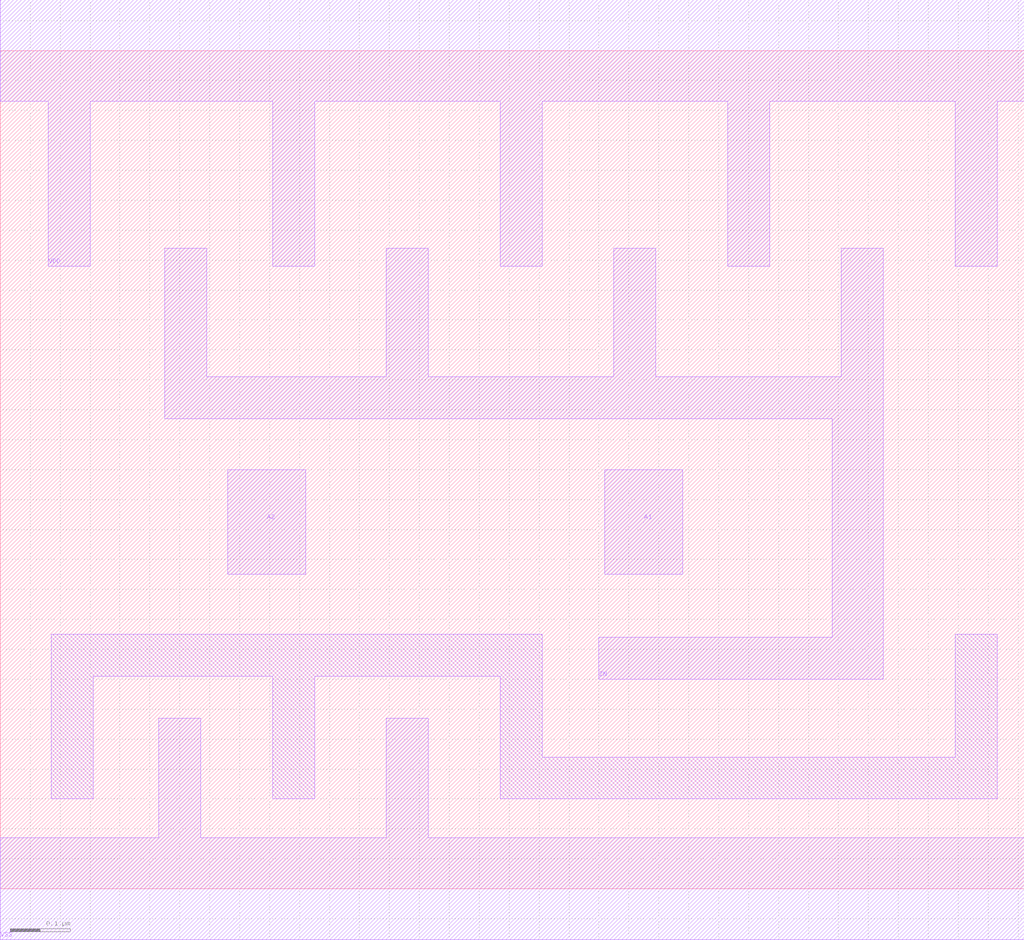
<source format=lef>
# 
# ******************************************************************************
# *                                                                            *
# *                   Copyright (C) 2004-2010, Nangate Inc.                    *
# *                           All rights reserved.                             *
# *                                                                            *
# * Nangate and the Nangate logo are trademarks of Nangate Inc.                *
# *                                                                            *
# * All trademarks, logos, software marks, and trade names (collectively the   *
# * "Marks") in this program are proprietary to Nangate or other respective    *
# * owners that have granted Nangate the right and license to use such Marks.  *
# * You are not permitted to use the Marks without the prior written consent   *
# * of Nangate or such third party that may own the Marks.                     *
# *                                                                            *
# * This file has been provided pursuant to a License Agreement containing     *
# * restrictions on its use. This file contains valuable trade secrets and     *
# * proprietary information of Nangate Inc., and is protected by U.S. and      *
# * international laws and/or treaties.                                        *
# *                                                                            *
# * The copyright notice(s) in this file does not indicate actual or intended  *
# * publication of this file.                                                  *
# *                                                                            *
# *     NGLibraryCreator, v2010.08-HR32-SP3-2010-08-05 - build 1009061800      *
# *                                                                            *
# ******************************************************************************
# 
# 
# Running on brazil06.nangate.com.br for user Giancarlo Franciscatto (gfr).
# Local time is now Fri, 3 Dec 2010, 19:32:18.
# Main process id is 27821.

VERSION 5.6 ;
BUSBITCHARS "[]" ;
DIVIDERCHAR "/" ;

MACRO NAND2_X4
  CLASS core ;
  FOREIGN NAND2_X4 0.0 0.0 ;
  ORIGIN 0 0 ;
  SYMMETRY X Y ;
  SITE FreePDK45_38x28_10R_NP_162NW_34O ;
  SIZE 1.71 BY 1.4 ;
  PIN A1
    DIRECTION INPUT ;
    ANTENNAPARTIALMETALAREA 0.02275 LAYER metal1 ;
    ANTENNAPARTIALMETALSIDEAREA 0.0793 LAYER metal1 ;
    ANTENNAGATEAREA 0.209 ;
    PORT
      LAYER metal1 ;
        POLYGON 1.01 0.525 1.14 0.525 1.14 0.7 1.01 0.7  ;
    END
  END A1
  PIN A2
    DIRECTION INPUT ;
    ANTENNAPARTIALMETALAREA 0.02275 LAYER metal1 ;
    ANTENNAPARTIALMETALSIDEAREA 0.0793 LAYER metal1 ;
    ANTENNAGATEAREA 0.209 ;
    PORT
      LAYER metal1 ;
        POLYGON 0.38 0.525 0.51 0.525 0.51 0.7 0.38 0.7  ;
    END
  END A2
  PIN ZN
    DIRECTION OUTPUT ;
    ANTENNAPARTIALMETALAREA 0.208475 LAYER metal1 ;
    ANTENNAPARTIALMETALSIDEAREA 0.7683 LAYER metal1 ;
    ANTENNADIFFAREA 0.469 ;
    PORT
      LAYER metal1 ;
        POLYGON 0.275 0.785 1.39 0.785 1.39 0.42 1 0.42 1 0.35 1.475 0.35 1.475 1.07 1.405 1.07 1.405 0.855 1.095 0.855 1.095 1.07 1.025 1.07 1.025 0.855 0.715 0.855 0.715 1.07 0.645 1.07 0.645 0.855 0.345 0.855 0.345 1.07 0.275 1.07  ;
    END
  END ZN
  PIN VDD
    DIRECTION INOUT ;
    USE power ;
    SHAPE ABUTMENT ;
    PORT
      LAYER metal1 ;
        POLYGON 0 1.315 0.08 1.315 0.08 1.04 0.15 1.04 0.15 1.315 0.455 1.315 0.455 1.04 0.525 1.04 0.525 1.315 0.835 1.315 0.835 1.04 0.905 1.04 0.905 1.315 1.215 1.315 1.215 1.04 1.285 1.04 1.285 1.315 1.595 1.315 1.595 1.04 1.665 1.04 1.665 1.315 1.71 1.315 1.71 1.485 1.665 1.485 0 1.485  ;
    END
  END VDD
  PIN VSS
    DIRECTION INOUT ;
    USE ground ;
    SHAPE ABUTMENT ;
    PORT
      LAYER metal1 ;
        POLYGON 0 -0.085 1.71 -0.085 1.71 0.085 0.715 0.085 0.715 0.285 0.645 0.285 0.645 0.085 0.335 0.085 0.335 0.285 0.265 0.285 0.265 0.085 0 0.085  ;
    END
  END VSS
  OBS
      LAYER metal1 ;
        POLYGON 0.085 0.15 0.155 0.15 0.155 0.355 0.455 0.355 0.455 0.15 0.525 0.15 0.525 0.355 0.835 0.355 0.835 0.15 1.665 0.15 1.665 0.425 1.595 0.425 1.595 0.22 0.905 0.22 0.905 0.425 0.085 0.425  ;
  END
END NAND2_X4

END LIBRARY
#
# End of file
#

</source>
